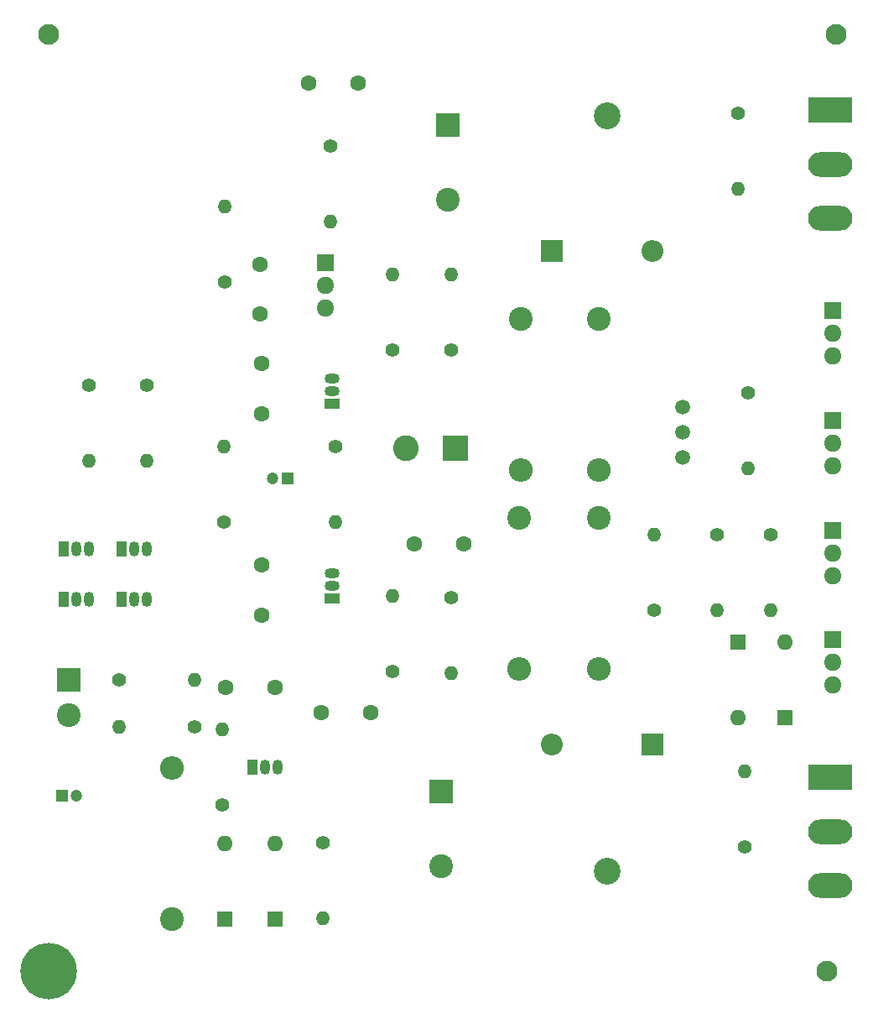
<source format=gbr>
%TF.GenerationSoftware,KiCad,Pcbnew,8.0.4*%
%TF.CreationDate,2024-08-31T16:48:20-04:00*%
%TF.ProjectId,classab-amp,636c6173-7361-4622-9d61-6d702e6b6963,rev?*%
%TF.SameCoordinates,Original*%
%TF.FileFunction,Soldermask,Top*%
%TF.FilePolarity,Negative*%
%FSLAX46Y46*%
G04 Gerber Fmt 4.6, Leading zero omitted, Abs format (unit mm)*
G04 Created by KiCad (PCBNEW 8.0.4) date 2024-08-31 16:48:20*
%MOMM*%
%LPD*%
G01*
G04 APERTURE LIST*
%ADD10R,2.600000X2.600000*%
%ADD11C,2.600000*%
%ADD12C,2.700000*%
%ADD13C,2.100000*%
%ADD14R,1.600000X1.600000*%
%ADD15O,1.600000X1.600000*%
%ADD16C,2.400000*%
%ADD17O,2.400000X2.400000*%
%ADD18R,1.050000X1.500000*%
%ADD19O,1.050000X1.500000*%
%ADD20C,1.400000*%
%ADD21O,1.400000X1.400000*%
%ADD22R,1.200000X1.200000*%
%ADD23C,1.200000*%
%ADD24C,1.600000*%
%ADD25R,2.200000X2.200000*%
%ADD26O,2.200000X2.200000*%
%ADD27R,4.500000X2.500000*%
%ADD28O,4.500000X2.500000*%
%ADD29C,5.700000*%
%ADD30R,2.400000X2.400000*%
%ADD31R,1.500000X1.050000*%
%ADD32O,1.500000X1.050000*%
%ADD33C,1.512000*%
%ADD34R,1.800000X1.710000*%
%ADD35O,1.800000X1.710000*%
G04 APERTURE END LIST*
D10*
%TO.C,J1*%
X229536000Y-76708000D03*
D11*
X224536000Y-76708000D03*
%TD*%
D12*
%TO.C,*%
X244840000Y-43180000D03*
%TD*%
%TO.C,*%
X244840000Y-119380000D03*
%TD*%
D13*
%TO.C,REF\u002A\u002A*%
X268000000Y-35000000D03*
%TD*%
D14*
%TO.C,D4*%
X262763000Y-103886000D03*
D15*
X262763000Y-96266000D03*
%TD*%
D16*
%TO.C,R16*%
X243963000Y-63732000D03*
D17*
X243963000Y-78972000D03*
%TD*%
D18*
%TO.C,Q5*%
X209042000Y-108866000D03*
D19*
X210312000Y-108866000D03*
X211582000Y-108866000D03*
%TD*%
D16*
%TO.C,R15*%
X200914000Y-124206000D03*
D17*
X200914000Y-108966000D03*
%TD*%
D20*
%TO.C,R7*%
X206121000Y-84201000D03*
D21*
X206121000Y-76581000D03*
%TD*%
%TO.C,R27*%
X223135000Y-91672000D03*
D20*
X223135000Y-99292000D03*
%TD*%
%TO.C,R24*%
X223135000Y-66802000D03*
D21*
X223135000Y-59182000D03*
%TD*%
D18*
%TO.C,Q3*%
X189992000Y-86868000D03*
D19*
X191262000Y-86868000D03*
X192532000Y-86868000D03*
%TD*%
D22*
%TO.C,C1*%
X189777401Y-111760000D03*
D23*
X191277401Y-111760000D03*
%TD*%
D13*
%TO.C,REF\u002A\u002A*%
X267000000Y-129500000D03*
%TD*%
D20*
%TO.C,R10*%
X216916000Y-46228000D03*
D21*
X216916000Y-53848000D03*
%TD*%
D22*
%TO.C,C4*%
X212598000Y-79756000D03*
D23*
X211098000Y-79756000D03*
%TD*%
D20*
%TO.C,R8*%
X206248000Y-59944000D03*
D21*
X206248000Y-52324000D03*
%TD*%
D24*
%TO.C,C16*%
X219670000Y-39878000D03*
X214670000Y-39878000D03*
%TD*%
D20*
%TO.C,R19*%
X258699000Y-116967000D03*
D21*
X258699000Y-109347000D03*
%TD*%
D18*
%TO.C,Q2*%
X195834000Y-91948000D03*
D19*
X197104000Y-91948000D03*
X198374000Y-91948000D03*
%TD*%
D25*
%TO.C,D6*%
X239264000Y-56874000D03*
D26*
X249424000Y-56874000D03*
%TD*%
D20*
%TO.C,R9*%
X217424000Y-76581000D03*
D21*
X217424000Y-84201000D03*
%TD*%
D27*
%TO.C,Q10*%
X267340000Y-42649500D03*
D28*
X267340000Y-48099500D03*
X267340000Y-53549500D03*
%TD*%
D14*
%TO.C,D1*%
X211328000Y-124206000D03*
D15*
X211328000Y-116586000D03*
%TD*%
D24*
%TO.C,C11*%
X209927000Y-73217000D03*
X209927000Y-68217000D03*
%TD*%
D20*
%TO.C,R6*%
X205994000Y-112676000D03*
D21*
X205994000Y-105056000D03*
%TD*%
D29*
%TO.C,*%
X188500000Y-129500000D03*
%TD*%
D20*
%TO.C,R12*%
X255905000Y-85471000D03*
D21*
X255905000Y-93091000D03*
%TD*%
D20*
%TO.C,R13*%
X249555000Y-93091000D03*
D21*
X249555000Y-85471000D03*
%TD*%
D20*
%TO.C,R25*%
X229108000Y-66802000D03*
D21*
X229108000Y-59182000D03*
%TD*%
D30*
%TO.C,J3*%
X190500000Y-100132000D03*
D16*
X190500000Y-103632000D03*
%TD*%
D20*
%TO.C,R14*%
X261366000Y-85471000D03*
D21*
X261366000Y-93091000D03*
%TD*%
D20*
%TO.C,R4*%
X198374000Y-70358000D03*
D21*
X198374000Y-77978000D03*
%TD*%
D24*
%TO.C,C12*%
X209927000Y-93537000D03*
X209927000Y-88537000D03*
%TD*%
%TO.C,C5*%
X209800000Y-63184000D03*
X209800000Y-58184000D03*
%TD*%
D16*
%TO.C,R20*%
X235962000Y-83798000D03*
D17*
X235962000Y-99038000D03*
%TD*%
D27*
%TO.C,Q12*%
X267340000Y-109959500D03*
D28*
X267340000Y-115409500D03*
X267340000Y-120859500D03*
%TD*%
D30*
%TO.C,C13*%
X228088000Y-111357000D03*
D16*
X228088000Y-118857000D03*
%TD*%
D18*
%TO.C,Q1*%
X189987000Y-91948000D03*
D19*
X191257000Y-91948000D03*
X192527000Y-91948000D03*
%TD*%
D24*
%TO.C,C15*%
X215940000Y-103378000D03*
X220940000Y-103378000D03*
%TD*%
D31*
%TO.C,Q14*%
X217039000Y-91926000D03*
D32*
X217039000Y-90656000D03*
X217039000Y-89386000D03*
%TD*%
D14*
%TO.C,D2*%
X206248000Y-124206000D03*
D15*
X206248000Y-116586000D03*
%TD*%
D24*
%TO.C,C2*%
X206288000Y-100838000D03*
X211288000Y-100838000D03*
%TD*%
D30*
%TO.C,C14*%
X228723000Y-44167000D03*
D16*
X228723000Y-51667000D03*
%TD*%
D13*
%TO.C,REF\u002A\u002A*%
X188500000Y-35000000D03*
%TD*%
D33*
%TO.C,RV1*%
X252476000Y-72592000D03*
X252476000Y-75132000D03*
X252476000Y-77672000D03*
%TD*%
D20*
%TO.C,R2*%
X203200000Y-104802000D03*
D21*
X195580000Y-104802000D03*
%TD*%
D34*
%TO.C,Q11*%
X267590000Y-96075500D03*
D35*
X267590000Y-98355500D03*
X267590000Y-100635500D03*
%TD*%
D21*
%TO.C,R26*%
X229104000Y-99419000D03*
D20*
X229104000Y-91799000D03*
%TD*%
D16*
%TO.C,R17*%
X243963000Y-83798000D03*
D17*
X243963000Y-99038000D03*
%TD*%
D14*
%TO.C,D5*%
X258064000Y-96266000D03*
D15*
X258064000Y-103886000D03*
%TD*%
D34*
%TO.C,Q7*%
X267590000Y-73947500D03*
D35*
X267590000Y-76227500D03*
X267590000Y-78507500D03*
%TD*%
D20*
%TO.C,R11*%
X259080000Y-71120000D03*
D21*
X259080000Y-78740000D03*
%TD*%
D34*
%TO.C,Q8*%
X267590000Y-85011500D03*
D35*
X267590000Y-87291500D03*
X267590000Y-89571500D03*
%TD*%
D20*
%TO.C,R3*%
X192532000Y-70358000D03*
D21*
X192532000Y-77978000D03*
%TD*%
D20*
%TO.C,R18*%
X258064000Y-42926000D03*
D21*
X258064000Y-50546000D03*
%TD*%
D34*
%TO.C,Q6*%
X216404000Y-58017000D03*
D35*
X216404000Y-60297000D03*
X216404000Y-62577000D03*
%TD*%
D24*
%TO.C,C3*%
X230338000Y-86360000D03*
X225338000Y-86360000D03*
%TD*%
D20*
%TO.C,R5*%
X216154000Y-116486000D03*
D21*
X216154000Y-124106000D03*
%TD*%
D16*
%TO.C,R21*%
X236089000Y-63732000D03*
D17*
X236089000Y-78972000D03*
%TD*%
D20*
%TO.C,R1*%
X195580000Y-100076000D03*
D21*
X203200000Y-100076000D03*
%TD*%
D34*
%TO.C,Q9*%
X267590000Y-62883500D03*
D35*
X267590000Y-65163500D03*
X267590000Y-67443500D03*
%TD*%
D25*
%TO.C,D3*%
X249424000Y-106658000D03*
D26*
X239264000Y-106658000D03*
%TD*%
D31*
%TO.C,Q13*%
X217039000Y-72241000D03*
D32*
X217039000Y-70971000D03*
X217039000Y-69701000D03*
%TD*%
D18*
%TO.C,Q4*%
X195834000Y-86868000D03*
D19*
X197104000Y-86868000D03*
X198374000Y-86868000D03*
%TD*%
M02*

</source>
